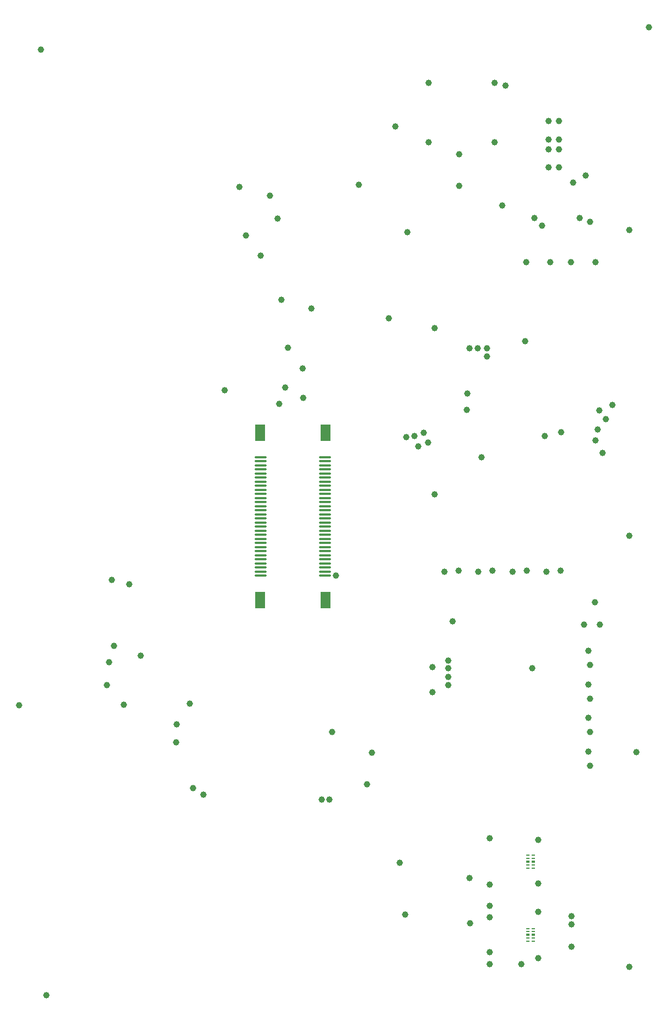
<source format=gbp>
G04*
G04 #@! TF.GenerationSoftware,Altium Limited,Altium Designer,24.9.1 (31)*
G04*
G04 Layer_Color=128*
%FSLAX44Y44*%
%MOMM*%
G71*
G04*
G04 #@! TF.SameCoordinates,CDEC626A-A255-468D-B0CC-3EE591A55D7D*
G04*
G04*
G04 #@! TF.FilePolarity,Positive*
G04*
G01*
G75*
%ADD81R,0.5000X0.2500*%
%ADD82R,0.5000X0.4500*%
%ADD228C,1.0000*%
G04:AMPARAMS|DCode=229|XSize=0.35mm|YSize=1.8mm|CornerRadius=0.0875mm|HoleSize=0mm|Usage=FLASHONLY|Rotation=90.000|XOffset=0mm|YOffset=0mm|HoleType=Round|Shape=RoundedRectangle|*
%AMROUNDEDRECTD229*
21,1,0.3500,1.6250,0,0,90.0*
21,1,0.1750,1.8000,0,0,90.0*
1,1,0.1750,0.8125,0.0875*
1,1,0.1750,0.8125,-0.0875*
1,1,0.1750,-0.8125,-0.0875*
1,1,0.1750,-0.8125,0.0875*
%
%ADD229ROUNDEDRECTD229*%
%ADD230R,1.6000X2.6000*%
D81*
X365000Y-526000D02*
D03*
Y-531000D02*
D03*
Y-541000D02*
D03*
Y-546000D02*
D03*
X373000D02*
D03*
Y-541000D02*
D03*
Y-531000D02*
D03*
Y-526000D02*
D03*
X365000Y-640000D02*
D03*
Y-645000D02*
D03*
Y-655000D02*
D03*
Y-660000D02*
D03*
X373000D02*
D03*
Y-655000D02*
D03*
Y-645000D02*
D03*
Y-640000D02*
D03*
D82*
X365000Y-536000D02*
D03*
X373000D02*
D03*
X365000Y-650000D02*
D03*
X373000D02*
D03*
D228*
X293000Y92000D02*
D03*
X174000Y-618000D02*
D03*
X416250Y131000D02*
D03*
X-18000Y337000D02*
D03*
X391000Y125000D02*
D03*
X445000Y464000D02*
D03*
X461000Y458000D02*
D03*
X387000Y452000D02*
D03*
X375000Y464000D02*
D03*
X476000Y165000D02*
D03*
X496000Y173000D02*
D03*
X486000Y151000D02*
D03*
X473000Y135000D02*
D03*
X470000Y118000D02*
D03*
X481000Y99000D02*
D03*
X257000Y-84000D02*
D03*
X235000Y-86000D02*
D03*
X310000Y-84000D02*
D03*
X288000Y-86000D02*
D03*
X363000Y-84000D02*
D03*
X341000Y-86000D02*
D03*
X416000Y-84000D02*
D03*
X394000Y-86000D02*
D03*
X461000Y-387000D02*
D03*
X459000Y-365000D02*
D03*
X461000Y-335000D02*
D03*
X459000Y-313000D02*
D03*
X461000Y-283000D02*
D03*
X459000Y-261000D02*
D03*
X15000Y230000D02*
D03*
X29000Y323000D02*
D03*
X-8000Y262000D02*
D03*
X274000Y-562000D02*
D03*
X166000Y-538000D02*
D03*
X306000Y-500000D02*
D03*
Y-572000D02*
D03*
X381000Y-570000D02*
D03*
Y-502000D02*
D03*
X115000Y-416000D02*
D03*
X306000Y-605000D02*
D03*
Y-695000D02*
D03*
X381000Y-686000D02*
D03*
Y-614000D02*
D03*
X57000Y-440000D02*
D03*
X45000D02*
D03*
X123000Y-367000D02*
D03*
X159000Y606000D02*
D03*
X372000Y-236000D02*
D03*
X306000Y-677000D02*
D03*
Y-623000D02*
D03*
X433000Y-668000D02*
D03*
Y-634000D02*
D03*
Y-621000D02*
D03*
X461000Y-231000D02*
D03*
X459000Y-209000D02*
D03*
X61000Y-335000D02*
D03*
X553000Y760000D02*
D03*
X-106000Y196000D02*
D03*
X-391000Y725000D02*
D03*
X220000Y34000D02*
D03*
X149000Y308000D02*
D03*
X355000Y-695000D02*
D03*
X-383000Y-744000D02*
D03*
X-262617Y-292383D02*
D03*
X189000Y125000D02*
D03*
X195000Y109000D02*
D03*
X271000Y191000D02*
D03*
X210000Y115000D02*
D03*
X270000Y166000D02*
D03*
X176000Y123000D02*
D03*
X203000Y130000D02*
D03*
X274000Y261000D02*
D03*
X287000D02*
D03*
X301000Y249000D02*
D03*
Y261000D02*
D03*
X-21000Y175000D02*
D03*
X-12000Y200000D02*
D03*
X16000Y184000D02*
D03*
X476492Y-167965D02*
D03*
X452492D02*
D03*
X-281000Y-98500D02*
D03*
X-254000Y-105000D02*
D03*
X248000Y-163000D02*
D03*
X-236000Y-216000D02*
D03*
X220000Y293000D02*
D03*
X275000Y-632000D02*
D03*
X67000Y-92000D02*
D03*
X469000Y-133000D02*
D03*
X361000Y272000D02*
D03*
X455000Y530000D02*
D03*
X102000Y515000D02*
D03*
X435000Y519000D02*
D03*
X258000Y514000D02*
D03*
X258000Y563000D02*
D03*
X-180000Y-323000D02*
D03*
X-181000Y-351000D02*
D03*
X241000Y-249000D02*
D03*
X217000Y-273000D02*
D03*
X241000Y-262000D02*
D03*
Y-236000D02*
D03*
X217000Y-234000D02*
D03*
X241000Y-224000D02*
D03*
X-155000Y-422000D02*
D03*
X-139000Y-432000D02*
D03*
X-285500Y-226500D02*
D03*
X-278000Y-201000D02*
D03*
X-425000Y-293000D02*
D03*
X-160000Y-291000D02*
D03*
X-289000Y-262000D02*
D03*
X-73000Y437000D02*
D03*
X-36000Y498000D02*
D03*
X-50000Y405000D02*
D03*
X-24000Y463000D02*
D03*
X-83000Y512000D02*
D03*
X330000Y669000D02*
D03*
X325000Y483000D02*
D03*
X178000Y442000D02*
D03*
X522000Y445000D02*
D03*
X533000Y-366000D02*
D03*
X522000Y-30000D02*
D03*
Y-700000D02*
D03*
X400000Y395000D02*
D03*
X362000D02*
D03*
X470000D02*
D03*
X432000D02*
D03*
X413000Y614000D02*
D03*
Y586000D02*
D03*
X397000Y614000D02*
D03*
Y586000D02*
D03*
Y542600D02*
D03*
X413000D02*
D03*
Y570600D02*
D03*
X397000D02*
D03*
X211000Y674000D02*
D03*
X313000D02*
D03*
X211000Y581000D02*
D03*
X313000D02*
D03*
D229*
X-50000Y92075D02*
D03*
Y85725D02*
D03*
Y79375D02*
D03*
Y73025D02*
D03*
Y66675D02*
D03*
Y60325D02*
D03*
Y53975D02*
D03*
Y47625D02*
D03*
Y41275D02*
D03*
Y34925D02*
D03*
Y28575D02*
D03*
Y22225D02*
D03*
Y15875D02*
D03*
Y9525D02*
D03*
Y3175D02*
D03*
Y-3175D02*
D03*
Y-9525D02*
D03*
Y-15875D02*
D03*
Y-22225D02*
D03*
Y-28575D02*
D03*
Y-34925D02*
D03*
Y-41275D02*
D03*
Y-47625D02*
D03*
Y-53975D02*
D03*
Y-60325D02*
D03*
Y-66675D02*
D03*
Y-73025D02*
D03*
Y-79375D02*
D03*
Y-85725D02*
D03*
Y-92075D02*
D03*
X50000Y92075D02*
D03*
Y85725D02*
D03*
Y79375D02*
D03*
Y73025D02*
D03*
Y66675D02*
D03*
Y60325D02*
D03*
Y53975D02*
D03*
Y47625D02*
D03*
Y41275D02*
D03*
Y34925D02*
D03*
Y28575D02*
D03*
Y22225D02*
D03*
Y15875D02*
D03*
Y9525D02*
D03*
Y3175D02*
D03*
Y-3175D02*
D03*
Y-9525D02*
D03*
Y-15875D02*
D03*
Y-22225D02*
D03*
Y-28575D02*
D03*
Y-34925D02*
D03*
Y-41275D02*
D03*
Y-47625D02*
D03*
Y-53975D02*
D03*
Y-60325D02*
D03*
Y-66675D02*
D03*
Y-73025D02*
D03*
Y-79375D02*
D03*
Y-85725D02*
D03*
Y-92075D02*
D03*
D230*
X-51000Y130250D02*
D03*
X51000D02*
D03*
Y-130250D02*
D03*
X-51000D02*
D03*
M02*

</source>
